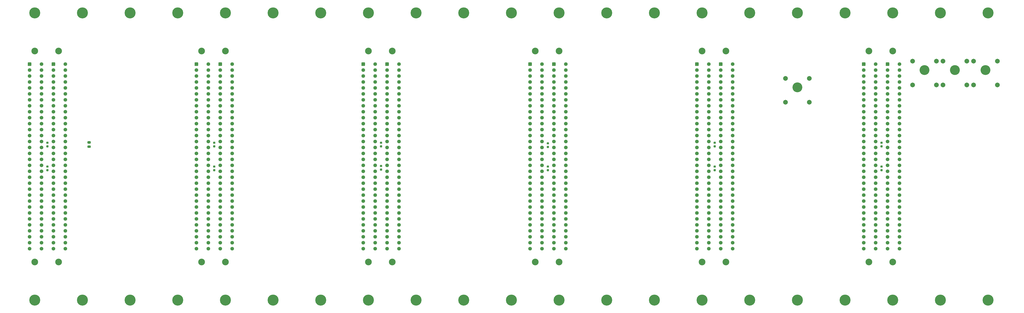
<source format=gbr>
G04 #@! TF.GenerationSoftware,KiCad,Pcbnew,5.1.8*
G04 #@! TF.CreationDate,2020-12-14T16:47:20+01:00*
G04 #@! TF.ProjectId,main,6d61696e-2e6b-4696-9361-645f70636258,v1.0.0*
G04 #@! TF.SameCoordinates,Original*
G04 #@! TF.FileFunction,Soldermask,Bot*
G04 #@! TF.FilePolarity,Negative*
%FSLAX46Y46*%
G04 Gerber Fmt 4.6, Leading zero omitted, Abs format (unit mm)*
G04 Created by KiCad (PCBNEW 5.1.8) date 2020-12-14 16:47:20*
%MOMM*%
%LPD*%
G01*
G04 APERTURE LIST*
%ADD10C,4.200000*%
%ADD11C,2.000000*%
%ADD12C,4.700000*%
%ADD13C,2.850000*%
%ADD14C,1.550000*%
G04 APERTURE END LIST*
D10*
X351060000Y-56355000D03*
D11*
X356140000Y-52555000D03*
X356140000Y-62715000D03*
X345980000Y-62715000D03*
X345980000Y-52555000D03*
X413120000Y-45185000D03*
X413120000Y-55345000D03*
X423280000Y-55345000D03*
X423280000Y-45185000D03*
D10*
X418200000Y-48985000D03*
D11*
X400120000Y-45185000D03*
X400120000Y-55345000D03*
X410280000Y-55345000D03*
X410280000Y-45185000D03*
D10*
X405200000Y-48985000D03*
D11*
X426120000Y-45185000D03*
X426120000Y-55345000D03*
X436280000Y-55345000D03*
X436280000Y-45185000D03*
D10*
X431200000Y-48985000D03*
G36*
G01*
X49550001Y-80375000D02*
X48649999Y-80375000D01*
G75*
G02*
X48400000Y-80125001I0J249999D01*
G01*
X48400000Y-79599999D01*
G75*
G02*
X48649999Y-79350000I249999J0D01*
G01*
X49550001Y-79350000D01*
G75*
G02*
X49800000Y-79599999I0J-249999D01*
G01*
X49800000Y-80125001D01*
G75*
G02*
X49550001Y-80375000I-249999J0D01*
G01*
G37*
G36*
G01*
X49550001Y-82200000D02*
X48649999Y-82200000D01*
G75*
G02*
X48400000Y-81950001I0J249999D01*
G01*
X48400000Y-81424999D01*
G75*
G02*
X48649999Y-81175000I249999J0D01*
G01*
X49550001Y-81175000D01*
G75*
G02*
X49800000Y-81424999I0J-249999D01*
G01*
X49800000Y-81950001D01*
G75*
G02*
X49550001Y-82200000I-249999J0D01*
G01*
G37*
G36*
G01*
X386670000Y-91260000D02*
X387170000Y-91260000D01*
G75*
G02*
X387395000Y-91485000I0J-225000D01*
G01*
X387395000Y-91935000D01*
G75*
G02*
X387170000Y-92160000I-225000J0D01*
G01*
X386670000Y-92160000D01*
G75*
G02*
X386445000Y-91935000I0J225000D01*
G01*
X386445000Y-91485000D01*
G75*
G02*
X386670000Y-91260000I225000J0D01*
G01*
G37*
G36*
G01*
X386670000Y-89710000D02*
X387170000Y-89710000D01*
G75*
G02*
X387395000Y-89935000I0J-225000D01*
G01*
X387395000Y-90385000D01*
G75*
G02*
X387170000Y-90610000I-225000J0D01*
G01*
X386670000Y-90610000D01*
G75*
G02*
X386445000Y-90385000I0J225000D01*
G01*
X386445000Y-89935000D01*
G75*
G02*
X386670000Y-89710000I225000J0D01*
G01*
G37*
G36*
G01*
X387170000Y-80450000D02*
X386670000Y-80450000D01*
G75*
G02*
X386445000Y-80225000I0J225000D01*
G01*
X386445000Y-79775000D01*
G75*
G02*
X386670000Y-79550000I225000J0D01*
G01*
X387170000Y-79550000D01*
G75*
G02*
X387395000Y-79775000I0J-225000D01*
G01*
X387395000Y-80225000D01*
G75*
G02*
X387170000Y-80450000I-225000J0D01*
G01*
G37*
G36*
G01*
X387170000Y-82000000D02*
X386670000Y-82000000D01*
G75*
G02*
X386445000Y-81775000I0J225000D01*
G01*
X386445000Y-81325000D01*
G75*
G02*
X386670000Y-81100000I225000J0D01*
G01*
X387170000Y-81100000D01*
G75*
G02*
X387395000Y-81325000I0J-225000D01*
G01*
X387395000Y-81775000D01*
G75*
G02*
X387170000Y-82000000I-225000J0D01*
G01*
G37*
G36*
G01*
X315550000Y-91260000D02*
X316050000Y-91260000D01*
G75*
G02*
X316275000Y-91485000I0J-225000D01*
G01*
X316275000Y-91935000D01*
G75*
G02*
X316050000Y-92160000I-225000J0D01*
G01*
X315550000Y-92160000D01*
G75*
G02*
X315325000Y-91935000I0J225000D01*
G01*
X315325000Y-91485000D01*
G75*
G02*
X315550000Y-91260000I225000J0D01*
G01*
G37*
G36*
G01*
X315550000Y-89710000D02*
X316050000Y-89710000D01*
G75*
G02*
X316275000Y-89935000I0J-225000D01*
G01*
X316275000Y-90385000D01*
G75*
G02*
X316050000Y-90610000I-225000J0D01*
G01*
X315550000Y-90610000D01*
G75*
G02*
X315325000Y-90385000I0J225000D01*
G01*
X315325000Y-89935000D01*
G75*
G02*
X315550000Y-89710000I225000J0D01*
G01*
G37*
G36*
G01*
X316050000Y-80450000D02*
X315550000Y-80450000D01*
G75*
G02*
X315325000Y-80225000I0J225000D01*
G01*
X315325000Y-79775000D01*
G75*
G02*
X315550000Y-79550000I225000J0D01*
G01*
X316050000Y-79550000D01*
G75*
G02*
X316275000Y-79775000I0J-225000D01*
G01*
X316275000Y-80225000D01*
G75*
G02*
X316050000Y-80450000I-225000J0D01*
G01*
G37*
G36*
G01*
X316050000Y-82000000D02*
X315550000Y-82000000D01*
G75*
G02*
X315325000Y-81775000I0J225000D01*
G01*
X315325000Y-81325000D01*
G75*
G02*
X315550000Y-81100000I225000J0D01*
G01*
X316050000Y-81100000D01*
G75*
G02*
X316275000Y-81325000I0J-225000D01*
G01*
X316275000Y-81775000D01*
G75*
G02*
X316050000Y-82000000I-225000J0D01*
G01*
G37*
G36*
G01*
X244430000Y-91260000D02*
X244930000Y-91260000D01*
G75*
G02*
X245155000Y-91485000I0J-225000D01*
G01*
X245155000Y-91935000D01*
G75*
G02*
X244930000Y-92160000I-225000J0D01*
G01*
X244430000Y-92160000D01*
G75*
G02*
X244205000Y-91935000I0J225000D01*
G01*
X244205000Y-91485000D01*
G75*
G02*
X244430000Y-91260000I225000J0D01*
G01*
G37*
G36*
G01*
X244430000Y-89710000D02*
X244930000Y-89710000D01*
G75*
G02*
X245155000Y-89935000I0J-225000D01*
G01*
X245155000Y-90385000D01*
G75*
G02*
X244930000Y-90610000I-225000J0D01*
G01*
X244430000Y-90610000D01*
G75*
G02*
X244205000Y-90385000I0J225000D01*
G01*
X244205000Y-89935000D01*
G75*
G02*
X244430000Y-89710000I225000J0D01*
G01*
G37*
G36*
G01*
X173310000Y-91006000D02*
X173810000Y-91006000D01*
G75*
G02*
X174035000Y-91231000I0J-225000D01*
G01*
X174035000Y-91681000D01*
G75*
G02*
X173810000Y-91906000I-225000J0D01*
G01*
X173310000Y-91906000D01*
G75*
G02*
X173085000Y-91681000I0J225000D01*
G01*
X173085000Y-91231000D01*
G75*
G02*
X173310000Y-91006000I225000J0D01*
G01*
G37*
G36*
G01*
X173310000Y-89456000D02*
X173810000Y-89456000D01*
G75*
G02*
X174035000Y-89681000I0J-225000D01*
G01*
X174035000Y-90131000D01*
G75*
G02*
X173810000Y-90356000I-225000J0D01*
G01*
X173310000Y-90356000D01*
G75*
G02*
X173085000Y-90131000I0J225000D01*
G01*
X173085000Y-89681000D01*
G75*
G02*
X173310000Y-89456000I225000J0D01*
G01*
G37*
G36*
G01*
X244930000Y-80704000D02*
X244430000Y-80704000D01*
G75*
G02*
X244205000Y-80479000I0J225000D01*
G01*
X244205000Y-80029000D01*
G75*
G02*
X244430000Y-79804000I225000J0D01*
G01*
X244930000Y-79804000D01*
G75*
G02*
X245155000Y-80029000I0J-225000D01*
G01*
X245155000Y-80479000D01*
G75*
G02*
X244930000Y-80704000I-225000J0D01*
G01*
G37*
G36*
G01*
X244930000Y-82254000D02*
X244430000Y-82254000D01*
G75*
G02*
X244205000Y-82029000I0J225000D01*
G01*
X244205000Y-81579000D01*
G75*
G02*
X244430000Y-81354000I225000J0D01*
G01*
X244930000Y-81354000D01*
G75*
G02*
X245155000Y-81579000I0J-225000D01*
G01*
X245155000Y-82029000D01*
G75*
G02*
X244930000Y-82254000I-225000J0D01*
G01*
G37*
G36*
G01*
X173810000Y-80450000D02*
X173310000Y-80450000D01*
G75*
G02*
X173085000Y-80225000I0J225000D01*
G01*
X173085000Y-79775000D01*
G75*
G02*
X173310000Y-79550000I225000J0D01*
G01*
X173810000Y-79550000D01*
G75*
G02*
X174035000Y-79775000I0J-225000D01*
G01*
X174035000Y-80225000D01*
G75*
G02*
X173810000Y-80450000I-225000J0D01*
G01*
G37*
G36*
G01*
X173810000Y-82000000D02*
X173310000Y-82000000D01*
G75*
G02*
X173085000Y-81775000I0J225000D01*
G01*
X173085000Y-81325000D01*
G75*
G02*
X173310000Y-81100000I225000J0D01*
G01*
X173810000Y-81100000D01*
G75*
G02*
X174035000Y-81325000I0J-225000D01*
G01*
X174035000Y-81775000D01*
G75*
G02*
X173810000Y-82000000I-225000J0D01*
G01*
G37*
G36*
G01*
X102190000Y-91260000D02*
X102690000Y-91260000D01*
G75*
G02*
X102915000Y-91485000I0J-225000D01*
G01*
X102915000Y-91935000D01*
G75*
G02*
X102690000Y-92160000I-225000J0D01*
G01*
X102190000Y-92160000D01*
G75*
G02*
X101965000Y-91935000I0J225000D01*
G01*
X101965000Y-91485000D01*
G75*
G02*
X102190000Y-91260000I225000J0D01*
G01*
G37*
G36*
G01*
X102190000Y-89710000D02*
X102690000Y-89710000D01*
G75*
G02*
X102915000Y-89935000I0J-225000D01*
G01*
X102915000Y-90385000D01*
G75*
G02*
X102690000Y-90610000I-225000J0D01*
G01*
X102190000Y-90610000D01*
G75*
G02*
X101965000Y-90385000I0J225000D01*
G01*
X101965000Y-89935000D01*
G75*
G02*
X102190000Y-89710000I225000J0D01*
G01*
G37*
G36*
G01*
X102690000Y-80450000D02*
X102190000Y-80450000D01*
G75*
G02*
X101965000Y-80225000I0J225000D01*
G01*
X101965000Y-79775000D01*
G75*
G02*
X102190000Y-79550000I225000J0D01*
G01*
X102690000Y-79550000D01*
G75*
G02*
X102915000Y-79775000I0J-225000D01*
G01*
X102915000Y-80225000D01*
G75*
G02*
X102690000Y-80450000I-225000J0D01*
G01*
G37*
G36*
G01*
X102690000Y-82000000D02*
X102190000Y-82000000D01*
G75*
G02*
X101965000Y-81775000I0J225000D01*
G01*
X101965000Y-81325000D01*
G75*
G02*
X102190000Y-81100000I225000J0D01*
G01*
X102690000Y-81100000D01*
G75*
G02*
X102915000Y-81325000I0J-225000D01*
G01*
X102915000Y-81775000D01*
G75*
G02*
X102690000Y-82000000I-225000J0D01*
G01*
G37*
G36*
G01*
X31070000Y-91260000D02*
X31570000Y-91260000D01*
G75*
G02*
X31795000Y-91485000I0J-225000D01*
G01*
X31795000Y-91935000D01*
G75*
G02*
X31570000Y-92160000I-225000J0D01*
G01*
X31070000Y-92160000D01*
G75*
G02*
X30845000Y-91935000I0J225000D01*
G01*
X30845000Y-91485000D01*
G75*
G02*
X31070000Y-91260000I225000J0D01*
G01*
G37*
G36*
G01*
X31070000Y-89710000D02*
X31570000Y-89710000D01*
G75*
G02*
X31795000Y-89935000I0J-225000D01*
G01*
X31795000Y-90385000D01*
G75*
G02*
X31570000Y-90610000I-225000J0D01*
G01*
X31070000Y-90610000D01*
G75*
G02*
X30845000Y-90385000I0J225000D01*
G01*
X30845000Y-89935000D01*
G75*
G02*
X31070000Y-89710000I225000J0D01*
G01*
G37*
G36*
G01*
X31570000Y-80450000D02*
X31070000Y-80450000D01*
G75*
G02*
X30845000Y-80225000I0J225000D01*
G01*
X30845000Y-79775000D01*
G75*
G02*
X31070000Y-79550000I225000J0D01*
G01*
X31570000Y-79550000D01*
G75*
G02*
X31795000Y-79775000I0J-225000D01*
G01*
X31795000Y-80225000D01*
G75*
G02*
X31570000Y-80450000I-225000J0D01*
G01*
G37*
G36*
G01*
X31570000Y-82000000D02*
X31070000Y-82000000D01*
G75*
G02*
X30845000Y-81775000I0J225000D01*
G01*
X30845000Y-81325000D01*
G75*
G02*
X31070000Y-81100000I225000J0D01*
G01*
X31570000Y-81100000D01*
G75*
G02*
X31795000Y-81325000I0J-225000D01*
G01*
X31795000Y-81775000D01*
G75*
G02*
X31570000Y-82000000I-225000J0D01*
G01*
G37*
D12*
X432340000Y-147105000D03*
X432340000Y-24605000D03*
X412020000Y-147105000D03*
X412020000Y-24605000D03*
X391700000Y-147105000D03*
X391700000Y-24605000D03*
X371380000Y-147105000D03*
X371380000Y-24605000D03*
X351060000Y-147105000D03*
X351060000Y-24605000D03*
X330740000Y-147105000D03*
X330740000Y-24605000D03*
X310420000Y-147105000D03*
X310420000Y-24605000D03*
X290100000Y-147105000D03*
X290100000Y-24605000D03*
X269780000Y-147105000D03*
X269780000Y-24605000D03*
X249460000Y-147105000D03*
X249460000Y-24605000D03*
X229140000Y-147105000D03*
X229140000Y-24605000D03*
X208820000Y-147105000D03*
X208820000Y-24605000D03*
X188500000Y-147105000D03*
X188500000Y-24605000D03*
X168180000Y-147105000D03*
X168180000Y-24605000D03*
X147860000Y-147105000D03*
X147860000Y-24605000D03*
X127540000Y-147105000D03*
X127540000Y-24605000D03*
X107220000Y-147105000D03*
X107220000Y-24605000D03*
X86900000Y-147105000D03*
X86900000Y-24605000D03*
X66580000Y-147105000D03*
X66580000Y-24605000D03*
X46260000Y-147105000D03*
X46260000Y-24605000D03*
X25940000Y-147105000D03*
X25940000Y-24605000D03*
D13*
X36100000Y-130855000D03*
X36100000Y-40855000D03*
D14*
X38940000Y-125225000D03*
X38940000Y-122685000D03*
X38940000Y-120145000D03*
X38940000Y-117605000D03*
X38940000Y-115065000D03*
X38940000Y-112525000D03*
X38940000Y-109985000D03*
X38940000Y-107445000D03*
X38940000Y-104905000D03*
X38940000Y-102365000D03*
X38940000Y-99825000D03*
X38940000Y-97285000D03*
X38940000Y-94745000D03*
X38940000Y-92205000D03*
X38940000Y-89665000D03*
X38940000Y-87125000D03*
X38940000Y-84585000D03*
X38940000Y-82045000D03*
X38940000Y-79505000D03*
X38940000Y-76965000D03*
X38940000Y-74425000D03*
X38940000Y-71885000D03*
X38940000Y-69345000D03*
X38940000Y-66805000D03*
X38940000Y-64265000D03*
X38940000Y-61725000D03*
X38940000Y-59185000D03*
X38940000Y-56645000D03*
X38940000Y-54105000D03*
X38940000Y-51565000D03*
X38940000Y-49025000D03*
X38940000Y-46485000D03*
X33860000Y-125225000D03*
X33860000Y-122685000D03*
X33860000Y-120145000D03*
X33860000Y-117605000D03*
X33860000Y-115065000D03*
X33860000Y-112525000D03*
X33860000Y-109985000D03*
X33860000Y-107445000D03*
X33860000Y-104905000D03*
X33860000Y-102365000D03*
X33860000Y-99825000D03*
X33860000Y-97285000D03*
X33860000Y-94745000D03*
X33860000Y-92205000D03*
X33860000Y-89665000D03*
X33860000Y-87125000D03*
X33860000Y-84585000D03*
X33860000Y-82045000D03*
X33860000Y-79505000D03*
X33860000Y-76965000D03*
X33860000Y-74425000D03*
X33860000Y-71885000D03*
X33860000Y-69345000D03*
X33860000Y-66805000D03*
X33860000Y-64265000D03*
X33860000Y-61725000D03*
X33860000Y-59185000D03*
X33860000Y-56645000D03*
X33860000Y-54105000D03*
X33860000Y-51565000D03*
X33860000Y-49025000D03*
G36*
G01*
X33085000Y-47010001D02*
X33085000Y-45959999D01*
G75*
G02*
X33334999Y-45710000I249999J0D01*
G01*
X34385001Y-45710000D01*
G75*
G02*
X34635000Y-45959999I0J-249999D01*
G01*
X34635000Y-47010001D01*
G75*
G02*
X34385001Y-47260000I-249999J0D01*
G01*
X33334999Y-47260000D01*
G75*
G02*
X33085000Y-47010001I0J249999D01*
G01*
G37*
D13*
X391700000Y-130855000D03*
X391700000Y-40855000D03*
D14*
X394540000Y-125225000D03*
X394540000Y-122685000D03*
X394540000Y-120145000D03*
X394540000Y-117605000D03*
X394540000Y-115065000D03*
X394540000Y-112525000D03*
X394540000Y-109985000D03*
X394540000Y-107445000D03*
X394540000Y-104905000D03*
X394540000Y-102365000D03*
X394540000Y-99825000D03*
X394540000Y-97285000D03*
X394540000Y-94745000D03*
X394540000Y-92205000D03*
X394540000Y-89665000D03*
X394540000Y-87125000D03*
X394540000Y-84585000D03*
X394540000Y-82045000D03*
X394540000Y-79505000D03*
X394540000Y-76965000D03*
X394540000Y-74425000D03*
X394540000Y-71885000D03*
X394540000Y-69345000D03*
X394540000Y-66805000D03*
X394540000Y-64265000D03*
X394540000Y-61725000D03*
X394540000Y-59185000D03*
X394540000Y-56645000D03*
X394540000Y-54105000D03*
X394540000Y-51565000D03*
X394540000Y-49025000D03*
X394540000Y-46485000D03*
X389460000Y-125225000D03*
X389460000Y-122685000D03*
X389460000Y-120145000D03*
X389460000Y-117605000D03*
X389460000Y-115065000D03*
X389460000Y-112525000D03*
X389460000Y-109985000D03*
X389460000Y-107445000D03*
X389460000Y-104905000D03*
X389460000Y-102365000D03*
X389460000Y-99825000D03*
X389460000Y-97285000D03*
X389460000Y-94745000D03*
X389460000Y-92205000D03*
X389460000Y-89665000D03*
X389460000Y-87125000D03*
X389460000Y-84585000D03*
X389460000Y-82045000D03*
X389460000Y-79505000D03*
X389460000Y-76965000D03*
X389460000Y-74425000D03*
X389460000Y-71885000D03*
X389460000Y-69345000D03*
X389460000Y-66805000D03*
X389460000Y-64265000D03*
X389460000Y-61725000D03*
X389460000Y-59185000D03*
X389460000Y-56645000D03*
X389460000Y-54105000D03*
X389460000Y-51565000D03*
X389460000Y-49025000D03*
G36*
G01*
X388685000Y-47010001D02*
X388685000Y-45959999D01*
G75*
G02*
X388934999Y-45710000I249999J0D01*
G01*
X389985001Y-45710000D01*
G75*
G02*
X390235000Y-45959999I0J-249999D01*
G01*
X390235000Y-47010001D01*
G75*
G02*
X389985001Y-47260000I-249999J0D01*
G01*
X388934999Y-47260000D01*
G75*
G02*
X388685000Y-47010001I0J249999D01*
G01*
G37*
D13*
X320580000Y-130855000D03*
X320580000Y-40855000D03*
D14*
X323420000Y-125225000D03*
X323420000Y-122685000D03*
X323420000Y-120145000D03*
X323420000Y-117605000D03*
X323420000Y-115065000D03*
X323420000Y-112525000D03*
X323420000Y-109985000D03*
X323420000Y-107445000D03*
X323420000Y-104905000D03*
X323420000Y-102365000D03*
X323420000Y-99825000D03*
X323420000Y-97285000D03*
X323420000Y-94745000D03*
X323420000Y-92205000D03*
X323420000Y-89665000D03*
X323420000Y-87125000D03*
X323420000Y-84585000D03*
X323420000Y-82045000D03*
X323420000Y-79505000D03*
X323420000Y-76965000D03*
X323420000Y-74425000D03*
X323420000Y-71885000D03*
X323420000Y-69345000D03*
X323420000Y-66805000D03*
X323420000Y-64265000D03*
X323420000Y-61725000D03*
X323420000Y-59185000D03*
X323420000Y-56645000D03*
X323420000Y-54105000D03*
X323420000Y-51565000D03*
X323420000Y-49025000D03*
X323420000Y-46485000D03*
X318340000Y-125225000D03*
X318340000Y-122685000D03*
X318340000Y-120145000D03*
X318340000Y-117605000D03*
X318340000Y-115065000D03*
X318340000Y-112525000D03*
X318340000Y-109985000D03*
X318340000Y-107445000D03*
X318340000Y-104905000D03*
X318340000Y-102365000D03*
X318340000Y-99825000D03*
X318340000Y-97285000D03*
X318340000Y-94745000D03*
X318340000Y-92205000D03*
X318340000Y-89665000D03*
X318340000Y-87125000D03*
X318340000Y-84585000D03*
X318340000Y-82045000D03*
X318340000Y-79505000D03*
X318340000Y-76965000D03*
X318340000Y-74425000D03*
X318340000Y-71885000D03*
X318340000Y-69345000D03*
X318340000Y-66805000D03*
X318340000Y-64265000D03*
X318340000Y-61725000D03*
X318340000Y-59185000D03*
X318340000Y-56645000D03*
X318340000Y-54105000D03*
X318340000Y-51565000D03*
X318340000Y-49025000D03*
G36*
G01*
X317565000Y-47010001D02*
X317565000Y-45959999D01*
G75*
G02*
X317814999Y-45710000I249999J0D01*
G01*
X318865001Y-45710000D01*
G75*
G02*
X319115000Y-45959999I0J-249999D01*
G01*
X319115000Y-47010001D01*
G75*
G02*
X318865001Y-47260000I-249999J0D01*
G01*
X317814999Y-47260000D01*
G75*
G02*
X317565000Y-47010001I0J249999D01*
G01*
G37*
D13*
X249460000Y-130855000D03*
X249460000Y-40855000D03*
D14*
X252300000Y-125225000D03*
X252300000Y-122685000D03*
X252300000Y-120145000D03*
X252300000Y-117605000D03*
X252300000Y-115065000D03*
X252300000Y-112525000D03*
X252300000Y-109985000D03*
X252300000Y-107445000D03*
X252300000Y-104905000D03*
X252300000Y-102365000D03*
X252300000Y-99825000D03*
X252300000Y-97285000D03*
X252300000Y-94745000D03*
X252300000Y-92205000D03*
X252300000Y-89665000D03*
X252300000Y-87125000D03*
X252300000Y-84585000D03*
X252300000Y-82045000D03*
X252300000Y-79505000D03*
X252300000Y-76965000D03*
X252300000Y-74425000D03*
X252300000Y-71885000D03*
X252300000Y-69345000D03*
X252300000Y-66805000D03*
X252300000Y-64265000D03*
X252300000Y-61725000D03*
X252300000Y-59185000D03*
X252300000Y-56645000D03*
X252300000Y-54105000D03*
X252300000Y-51565000D03*
X252300000Y-49025000D03*
X252300000Y-46485000D03*
X247220000Y-125225000D03*
X247220000Y-122685000D03*
X247220000Y-120145000D03*
X247220000Y-117605000D03*
X247220000Y-115065000D03*
X247220000Y-112525000D03*
X247220000Y-109985000D03*
X247220000Y-107445000D03*
X247220000Y-104905000D03*
X247220000Y-102365000D03*
X247220000Y-99825000D03*
X247220000Y-97285000D03*
X247220000Y-94745000D03*
X247220000Y-92205000D03*
X247220000Y-89665000D03*
X247220000Y-87125000D03*
X247220000Y-84585000D03*
X247220000Y-82045000D03*
X247220000Y-79505000D03*
X247220000Y-76965000D03*
X247220000Y-74425000D03*
X247220000Y-71885000D03*
X247220000Y-69345000D03*
X247220000Y-66805000D03*
X247220000Y-64265000D03*
X247220000Y-61725000D03*
X247220000Y-59185000D03*
X247220000Y-56645000D03*
X247220000Y-54105000D03*
X247220000Y-51565000D03*
X247220000Y-49025000D03*
G36*
G01*
X246445000Y-47010001D02*
X246445000Y-45959999D01*
G75*
G02*
X246694999Y-45710000I249999J0D01*
G01*
X247745001Y-45710000D01*
G75*
G02*
X247995000Y-45959999I0J-249999D01*
G01*
X247995000Y-47010001D01*
G75*
G02*
X247745001Y-47260000I-249999J0D01*
G01*
X246694999Y-47260000D01*
G75*
G02*
X246445000Y-47010001I0J249999D01*
G01*
G37*
D13*
X178340000Y-130855000D03*
X178340000Y-40855000D03*
D14*
X181180000Y-125225000D03*
X181180000Y-122685000D03*
X181180000Y-120145000D03*
X181180000Y-117605000D03*
X181180000Y-115065000D03*
X181180000Y-112525000D03*
X181180000Y-109985000D03*
X181180000Y-107445000D03*
X181180000Y-104905000D03*
X181180000Y-102365000D03*
X181180000Y-99825000D03*
X181180000Y-97285000D03*
X181180000Y-94745000D03*
X181180000Y-92205000D03*
X181180000Y-89665000D03*
X181180000Y-87125000D03*
X181180000Y-84585000D03*
X181180000Y-82045000D03*
X181180000Y-79505000D03*
X181180000Y-76965000D03*
X181180000Y-74425000D03*
X181180000Y-71885000D03*
X181180000Y-69345000D03*
X181180000Y-66805000D03*
X181180000Y-64265000D03*
X181180000Y-61725000D03*
X181180000Y-59185000D03*
X181180000Y-56645000D03*
X181180000Y-54105000D03*
X181180000Y-51565000D03*
X181180000Y-49025000D03*
X181180000Y-46485000D03*
X176100000Y-125225000D03*
X176100000Y-122685000D03*
X176100000Y-120145000D03*
X176100000Y-117605000D03*
X176100000Y-115065000D03*
X176100000Y-112525000D03*
X176100000Y-109985000D03*
X176100000Y-107445000D03*
X176100000Y-104905000D03*
X176100000Y-102365000D03*
X176100000Y-99825000D03*
X176100000Y-97285000D03*
X176100000Y-94745000D03*
X176100000Y-92205000D03*
X176100000Y-89665000D03*
X176100000Y-87125000D03*
X176100000Y-84585000D03*
X176100000Y-82045000D03*
X176100000Y-79505000D03*
X176100000Y-76965000D03*
X176100000Y-74425000D03*
X176100000Y-71885000D03*
X176100000Y-69345000D03*
X176100000Y-66805000D03*
X176100000Y-64265000D03*
X176100000Y-61725000D03*
X176100000Y-59185000D03*
X176100000Y-56645000D03*
X176100000Y-54105000D03*
X176100000Y-51565000D03*
X176100000Y-49025000D03*
G36*
G01*
X175325000Y-47010001D02*
X175325000Y-45959999D01*
G75*
G02*
X175574999Y-45710000I249999J0D01*
G01*
X176625001Y-45710000D01*
G75*
G02*
X176875000Y-45959999I0J-249999D01*
G01*
X176875000Y-47010001D01*
G75*
G02*
X176625001Y-47260000I-249999J0D01*
G01*
X175574999Y-47260000D01*
G75*
G02*
X175325000Y-47010001I0J249999D01*
G01*
G37*
D13*
X107220000Y-130855000D03*
X107220000Y-40855000D03*
D14*
X110060000Y-125225000D03*
X110060000Y-122685000D03*
X110060000Y-120145000D03*
X110060000Y-117605000D03*
X110060000Y-115065000D03*
X110060000Y-112525000D03*
X110060000Y-109985000D03*
X110060000Y-107445000D03*
X110060000Y-104905000D03*
X110060000Y-102365000D03*
X110060000Y-99825000D03*
X110060000Y-97285000D03*
X110060000Y-94745000D03*
X110060000Y-92205000D03*
X110060000Y-89665000D03*
X110060000Y-87125000D03*
X110060000Y-84585000D03*
X110060000Y-82045000D03*
X110060000Y-79505000D03*
X110060000Y-76965000D03*
X110060000Y-74425000D03*
X110060000Y-71885000D03*
X110060000Y-69345000D03*
X110060000Y-66805000D03*
X110060000Y-64265000D03*
X110060000Y-61725000D03*
X110060000Y-59185000D03*
X110060000Y-56645000D03*
X110060000Y-54105000D03*
X110060000Y-51565000D03*
X110060000Y-49025000D03*
X110060000Y-46485000D03*
X104980000Y-125225000D03*
X104980000Y-122685000D03*
X104980000Y-120145000D03*
X104980000Y-117605000D03*
X104980000Y-115065000D03*
X104980000Y-112525000D03*
X104980000Y-109985000D03*
X104980000Y-107445000D03*
X104980000Y-104905000D03*
X104980000Y-102365000D03*
X104980000Y-99825000D03*
X104980000Y-97285000D03*
X104980000Y-94745000D03*
X104980000Y-92205000D03*
X104980000Y-89665000D03*
X104980000Y-87125000D03*
X104980000Y-84585000D03*
X104980000Y-82045000D03*
X104980000Y-79505000D03*
X104980000Y-76965000D03*
X104980000Y-74425000D03*
X104980000Y-71885000D03*
X104980000Y-69345000D03*
X104980000Y-66805000D03*
X104980000Y-64265000D03*
X104980000Y-61725000D03*
X104980000Y-59185000D03*
X104980000Y-56645000D03*
X104980000Y-54105000D03*
X104980000Y-51565000D03*
X104980000Y-49025000D03*
G36*
G01*
X104205000Y-47010001D02*
X104205000Y-45959999D01*
G75*
G02*
X104454999Y-45710000I249999J0D01*
G01*
X105505001Y-45710000D01*
G75*
G02*
X105755000Y-45959999I0J-249999D01*
G01*
X105755000Y-47010001D01*
G75*
G02*
X105505001Y-47260000I-249999J0D01*
G01*
X104454999Y-47260000D01*
G75*
G02*
X104205000Y-47010001I0J249999D01*
G01*
G37*
D13*
X381540000Y-130855000D03*
X381540000Y-40855000D03*
D14*
X384380000Y-125225000D03*
X384380000Y-122685000D03*
X384380000Y-120145000D03*
X384380000Y-117605000D03*
X384380000Y-115065000D03*
X384380000Y-112525000D03*
X384380000Y-109985000D03*
X384380000Y-107445000D03*
X384380000Y-104905000D03*
X384380000Y-102365000D03*
X384380000Y-99825000D03*
X384380000Y-97285000D03*
X384380000Y-94745000D03*
X384380000Y-92205000D03*
X384380000Y-89665000D03*
X384380000Y-87125000D03*
X384380000Y-84585000D03*
X384380000Y-82045000D03*
X384380000Y-79505000D03*
X384380000Y-76965000D03*
X384380000Y-74425000D03*
X384380000Y-71885000D03*
X384380000Y-69345000D03*
X384380000Y-66805000D03*
X384380000Y-64265000D03*
X384380000Y-61725000D03*
X384380000Y-59185000D03*
X384380000Y-56645000D03*
X384380000Y-54105000D03*
X384380000Y-51565000D03*
X384380000Y-49025000D03*
X384380000Y-46485000D03*
X379300000Y-125225000D03*
X379300000Y-122685000D03*
X379300000Y-120145000D03*
X379300000Y-117605000D03*
X379300000Y-115065000D03*
X379300000Y-112525000D03*
X379300000Y-109985000D03*
X379300000Y-107445000D03*
X379300000Y-104905000D03*
X379300000Y-102365000D03*
X379300000Y-99825000D03*
X379300000Y-97285000D03*
X379300000Y-94745000D03*
X379300000Y-92205000D03*
X379300000Y-89665000D03*
X379300000Y-87125000D03*
X379300000Y-84585000D03*
X379300000Y-82045000D03*
X379300000Y-79505000D03*
X379300000Y-76965000D03*
X379300000Y-74425000D03*
X379300000Y-71885000D03*
X379300000Y-69345000D03*
X379300000Y-66805000D03*
X379300000Y-64265000D03*
X379300000Y-61725000D03*
X379300000Y-59185000D03*
X379300000Y-56645000D03*
X379300000Y-54105000D03*
X379300000Y-51565000D03*
X379300000Y-49025000D03*
G36*
G01*
X378525000Y-47010001D02*
X378525000Y-45959999D01*
G75*
G02*
X378774999Y-45710000I249999J0D01*
G01*
X379825001Y-45710000D01*
G75*
G02*
X380075000Y-45959999I0J-249999D01*
G01*
X380075000Y-47010001D01*
G75*
G02*
X379825001Y-47260000I-249999J0D01*
G01*
X378774999Y-47260000D01*
G75*
G02*
X378525000Y-47010001I0J249999D01*
G01*
G37*
D13*
X310420000Y-130855000D03*
X310420000Y-40855000D03*
D14*
X313260000Y-125225000D03*
X313260000Y-122685000D03*
X313260000Y-120145000D03*
X313260000Y-117605000D03*
X313260000Y-115065000D03*
X313260000Y-112525000D03*
X313260000Y-109985000D03*
X313260000Y-107445000D03*
X313260000Y-104905000D03*
X313260000Y-102365000D03*
X313260000Y-99825000D03*
X313260000Y-97285000D03*
X313260000Y-94745000D03*
X313260000Y-92205000D03*
X313260000Y-89665000D03*
X313260000Y-87125000D03*
X313260000Y-84585000D03*
X313260000Y-82045000D03*
X313260000Y-79505000D03*
X313260000Y-76965000D03*
X313260000Y-74425000D03*
X313260000Y-71885000D03*
X313260000Y-69345000D03*
X313260000Y-66805000D03*
X313260000Y-64265000D03*
X313260000Y-61725000D03*
X313260000Y-59185000D03*
X313260000Y-56645000D03*
X313260000Y-54105000D03*
X313260000Y-51565000D03*
X313260000Y-49025000D03*
X313260000Y-46485000D03*
X308180000Y-125225000D03*
X308180000Y-122685000D03*
X308180000Y-120145000D03*
X308180000Y-117605000D03*
X308180000Y-115065000D03*
X308180000Y-112525000D03*
X308180000Y-109985000D03*
X308180000Y-107445000D03*
X308180000Y-104905000D03*
X308180000Y-102365000D03*
X308180000Y-99825000D03*
X308180000Y-97285000D03*
X308180000Y-94745000D03*
X308180000Y-92205000D03*
X308180000Y-89665000D03*
X308180000Y-87125000D03*
X308180000Y-84585000D03*
X308180000Y-82045000D03*
X308180000Y-79505000D03*
X308180000Y-76965000D03*
X308180000Y-74425000D03*
X308180000Y-71885000D03*
X308180000Y-69345000D03*
X308180000Y-66805000D03*
X308180000Y-64265000D03*
X308180000Y-61725000D03*
X308180000Y-59185000D03*
X308180000Y-56645000D03*
X308180000Y-54105000D03*
X308180000Y-51565000D03*
X308180000Y-49025000D03*
G36*
G01*
X307405000Y-47010001D02*
X307405000Y-45959999D01*
G75*
G02*
X307654999Y-45710000I249999J0D01*
G01*
X308705001Y-45710000D01*
G75*
G02*
X308955000Y-45959999I0J-249999D01*
G01*
X308955000Y-47010001D01*
G75*
G02*
X308705001Y-47260000I-249999J0D01*
G01*
X307654999Y-47260000D01*
G75*
G02*
X307405000Y-47010001I0J249999D01*
G01*
G37*
D13*
X239300000Y-130855000D03*
X239300000Y-40855000D03*
D14*
X242140000Y-125225000D03*
X242140000Y-122685000D03*
X242140000Y-120145000D03*
X242140000Y-117605000D03*
X242140000Y-115065000D03*
X242140000Y-112525000D03*
X242140000Y-109985000D03*
X242140000Y-107445000D03*
X242140000Y-104905000D03*
X242140000Y-102365000D03*
X242140000Y-99825000D03*
X242140000Y-97285000D03*
X242140000Y-94745000D03*
X242140000Y-92205000D03*
X242140000Y-89665000D03*
X242140000Y-87125000D03*
X242140000Y-84585000D03*
X242140000Y-82045000D03*
X242140000Y-79505000D03*
X242140000Y-76965000D03*
X242140000Y-74425000D03*
X242140000Y-71885000D03*
X242140000Y-69345000D03*
X242140000Y-66805000D03*
X242140000Y-64265000D03*
X242140000Y-61725000D03*
X242140000Y-59185000D03*
X242140000Y-56645000D03*
X242140000Y-54105000D03*
X242140000Y-51565000D03*
X242140000Y-49025000D03*
X242140000Y-46485000D03*
X237060000Y-125225000D03*
X237060000Y-122685000D03*
X237060000Y-120145000D03*
X237060000Y-117605000D03*
X237060000Y-115065000D03*
X237060000Y-112525000D03*
X237060000Y-109985000D03*
X237060000Y-107445000D03*
X237060000Y-104905000D03*
X237060000Y-102365000D03*
X237060000Y-99825000D03*
X237060000Y-97285000D03*
X237060000Y-94745000D03*
X237060000Y-92205000D03*
X237060000Y-89665000D03*
X237060000Y-87125000D03*
X237060000Y-84585000D03*
X237060000Y-82045000D03*
X237060000Y-79505000D03*
X237060000Y-76965000D03*
X237060000Y-74425000D03*
X237060000Y-71885000D03*
X237060000Y-69345000D03*
X237060000Y-66805000D03*
X237060000Y-64265000D03*
X237060000Y-61725000D03*
X237060000Y-59185000D03*
X237060000Y-56645000D03*
X237060000Y-54105000D03*
X237060000Y-51565000D03*
X237060000Y-49025000D03*
G36*
G01*
X236285000Y-47010001D02*
X236285000Y-45959999D01*
G75*
G02*
X236534999Y-45710000I249999J0D01*
G01*
X237585001Y-45710000D01*
G75*
G02*
X237835000Y-45959999I0J-249999D01*
G01*
X237835000Y-47010001D01*
G75*
G02*
X237585001Y-47260000I-249999J0D01*
G01*
X236534999Y-47260000D01*
G75*
G02*
X236285000Y-47010001I0J249999D01*
G01*
G37*
D13*
X168180000Y-130855000D03*
X168180000Y-40855000D03*
D14*
X171020000Y-125225000D03*
X171020000Y-122685000D03*
X171020000Y-120145000D03*
X171020000Y-117605000D03*
X171020000Y-115065000D03*
X171020000Y-112525000D03*
X171020000Y-109985000D03*
X171020000Y-107445000D03*
X171020000Y-104905000D03*
X171020000Y-102365000D03*
X171020000Y-99825000D03*
X171020000Y-97285000D03*
X171020000Y-94745000D03*
X171020000Y-92205000D03*
X171020000Y-89665000D03*
X171020000Y-87125000D03*
X171020000Y-84585000D03*
X171020000Y-82045000D03*
X171020000Y-79505000D03*
X171020000Y-76965000D03*
X171020000Y-74425000D03*
X171020000Y-71885000D03*
X171020000Y-69345000D03*
X171020000Y-66805000D03*
X171020000Y-64265000D03*
X171020000Y-61725000D03*
X171020000Y-59185000D03*
X171020000Y-56645000D03*
X171020000Y-54105000D03*
X171020000Y-51565000D03*
X171020000Y-49025000D03*
X171020000Y-46485000D03*
X165940000Y-125225000D03*
X165940000Y-122685000D03*
X165940000Y-120145000D03*
X165940000Y-117605000D03*
X165940000Y-115065000D03*
X165940000Y-112525000D03*
X165940000Y-109985000D03*
X165940000Y-107445000D03*
X165940000Y-104905000D03*
X165940000Y-102365000D03*
X165940000Y-99825000D03*
X165940000Y-97285000D03*
X165940000Y-94745000D03*
X165940000Y-92205000D03*
X165940000Y-89665000D03*
X165940000Y-87125000D03*
X165940000Y-84585000D03*
X165940000Y-82045000D03*
X165940000Y-79505000D03*
X165940000Y-76965000D03*
X165940000Y-74425000D03*
X165940000Y-71885000D03*
X165940000Y-69345000D03*
X165940000Y-66805000D03*
X165940000Y-64265000D03*
X165940000Y-61725000D03*
X165940000Y-59185000D03*
X165940000Y-56645000D03*
X165940000Y-54105000D03*
X165940000Y-51565000D03*
X165940000Y-49025000D03*
G36*
G01*
X165165000Y-47010001D02*
X165165000Y-45959999D01*
G75*
G02*
X165414999Y-45710000I249999J0D01*
G01*
X166465001Y-45710000D01*
G75*
G02*
X166715000Y-45959999I0J-249999D01*
G01*
X166715000Y-47010001D01*
G75*
G02*
X166465001Y-47260000I-249999J0D01*
G01*
X165414999Y-47260000D01*
G75*
G02*
X165165000Y-47010001I0J249999D01*
G01*
G37*
G36*
G01*
X94045000Y-47010001D02*
X94045000Y-45959999D01*
G75*
G02*
X94294999Y-45710000I249999J0D01*
G01*
X95345001Y-45710000D01*
G75*
G02*
X95595000Y-45959999I0J-249999D01*
G01*
X95595000Y-47010001D01*
G75*
G02*
X95345001Y-47260000I-249999J0D01*
G01*
X94294999Y-47260000D01*
G75*
G02*
X94045000Y-47010001I0J249999D01*
G01*
G37*
X94820000Y-49025000D03*
X94820000Y-51565000D03*
X94820000Y-54105000D03*
X94820000Y-56645000D03*
X94820000Y-59185000D03*
X94820000Y-61725000D03*
X94820000Y-64265000D03*
X94820000Y-66805000D03*
X94820000Y-69345000D03*
X94820000Y-71885000D03*
X94820000Y-74425000D03*
X94820000Y-76965000D03*
X94820000Y-79505000D03*
X94820000Y-82045000D03*
X94820000Y-84585000D03*
X94820000Y-87125000D03*
X94820000Y-89665000D03*
X94820000Y-92205000D03*
X94820000Y-94745000D03*
X94820000Y-97285000D03*
X94820000Y-99825000D03*
X94820000Y-102365000D03*
X94820000Y-104905000D03*
X94820000Y-107445000D03*
X94820000Y-109985000D03*
X94820000Y-112525000D03*
X94820000Y-115065000D03*
X94820000Y-117605000D03*
X94820000Y-120145000D03*
X94820000Y-122685000D03*
X94820000Y-125225000D03*
X99900000Y-46485000D03*
X99900000Y-49025000D03*
X99900000Y-51565000D03*
X99900000Y-54105000D03*
X99900000Y-56645000D03*
X99900000Y-59185000D03*
X99900000Y-61725000D03*
X99900000Y-64265000D03*
X99900000Y-66805000D03*
X99900000Y-69345000D03*
X99900000Y-71885000D03*
X99900000Y-74425000D03*
X99900000Y-76965000D03*
X99900000Y-79505000D03*
X99900000Y-82045000D03*
X99900000Y-84585000D03*
X99900000Y-87125000D03*
X99900000Y-89665000D03*
X99900000Y-92205000D03*
X99900000Y-94745000D03*
X99900000Y-97285000D03*
X99900000Y-99825000D03*
X99900000Y-102365000D03*
X99900000Y-104905000D03*
X99900000Y-107445000D03*
X99900000Y-109985000D03*
X99900000Y-112525000D03*
X99900000Y-115065000D03*
X99900000Y-117605000D03*
X99900000Y-120145000D03*
X99900000Y-122685000D03*
X99900000Y-125225000D03*
D13*
X97060000Y-40855000D03*
X97060000Y-130855000D03*
G36*
G01*
X22925000Y-47010001D02*
X22925000Y-45959999D01*
G75*
G02*
X23174999Y-45710000I249999J0D01*
G01*
X24225001Y-45710000D01*
G75*
G02*
X24475000Y-45959999I0J-249999D01*
G01*
X24475000Y-47010001D01*
G75*
G02*
X24225001Y-47260000I-249999J0D01*
G01*
X23174999Y-47260000D01*
G75*
G02*
X22925000Y-47010001I0J249999D01*
G01*
G37*
D14*
X23700000Y-49025000D03*
X23700000Y-51565000D03*
X23700000Y-54105000D03*
X23700000Y-56645000D03*
X23700000Y-59185000D03*
X23700000Y-61725000D03*
X23700000Y-64265000D03*
X23700000Y-66805000D03*
X23700000Y-69345000D03*
X23700000Y-71885000D03*
X23700000Y-74425000D03*
X23700000Y-76965000D03*
X23700000Y-79505000D03*
X23700000Y-82045000D03*
X23700000Y-84585000D03*
X23700000Y-87125000D03*
X23700000Y-89665000D03*
X23700000Y-92205000D03*
X23700000Y-94745000D03*
X23700000Y-97285000D03*
X23700000Y-99825000D03*
X23700000Y-102365000D03*
X23700000Y-104905000D03*
X23700000Y-107445000D03*
X23700000Y-109985000D03*
X23700000Y-112525000D03*
X23700000Y-115065000D03*
X23700000Y-117605000D03*
X23700000Y-120145000D03*
X23700000Y-122685000D03*
X23700000Y-125225000D03*
X28780000Y-46485000D03*
X28780000Y-49025000D03*
X28780000Y-51565000D03*
X28780000Y-54105000D03*
X28780000Y-56645000D03*
X28780000Y-59185000D03*
X28780000Y-61725000D03*
X28780000Y-64265000D03*
X28780000Y-66805000D03*
X28780000Y-69345000D03*
X28780000Y-71885000D03*
X28780000Y-74425000D03*
X28780000Y-76965000D03*
X28780000Y-79505000D03*
X28780000Y-82045000D03*
X28780000Y-84585000D03*
X28780000Y-87125000D03*
X28780000Y-89665000D03*
X28780000Y-92205000D03*
X28780000Y-94745000D03*
X28780000Y-97285000D03*
X28780000Y-99825000D03*
X28780000Y-102365000D03*
X28780000Y-104905000D03*
X28780000Y-107445000D03*
X28780000Y-109985000D03*
X28780000Y-112525000D03*
X28780000Y-115065000D03*
X28780000Y-117605000D03*
X28780000Y-120145000D03*
X28780000Y-122685000D03*
X28780000Y-125225000D03*
D13*
X25940000Y-40855000D03*
X25940000Y-130855000D03*
M02*

</source>
